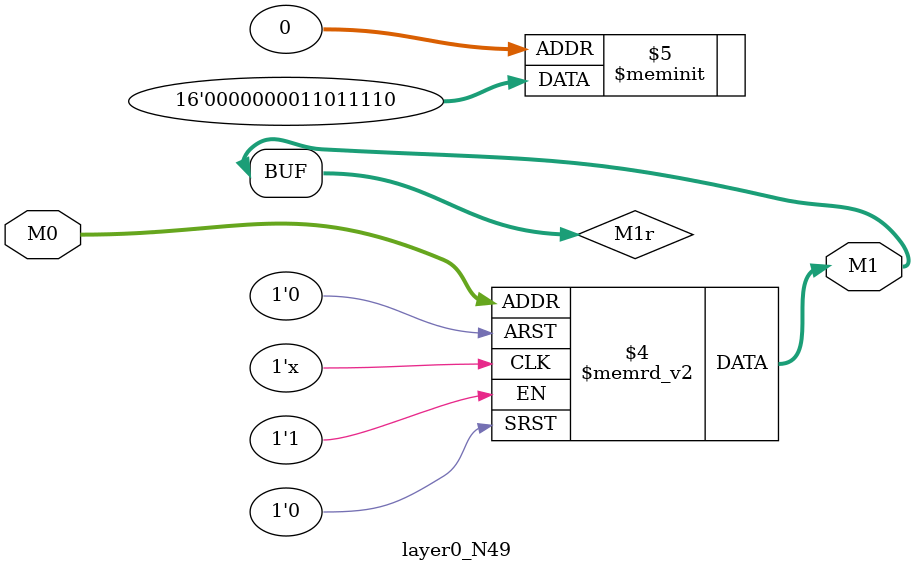
<source format=v>
module layer0_N49 ( input [2:0] M0, output [1:0] M1 );

	(*rom_style = "distributed" *) reg [1:0] M1r;
	assign M1 = M1r;
	always @ (M0) begin
		case (M0)
			3'b000: M1r = 2'b10;
			3'b100: M1r = 2'b00;
			3'b010: M1r = 2'b01;
			3'b110: M1r = 2'b00;
			3'b001: M1r = 2'b11;
			3'b101: M1r = 2'b00;
			3'b011: M1r = 2'b11;
			3'b111: M1r = 2'b00;

		endcase
	end
endmodule

</source>
